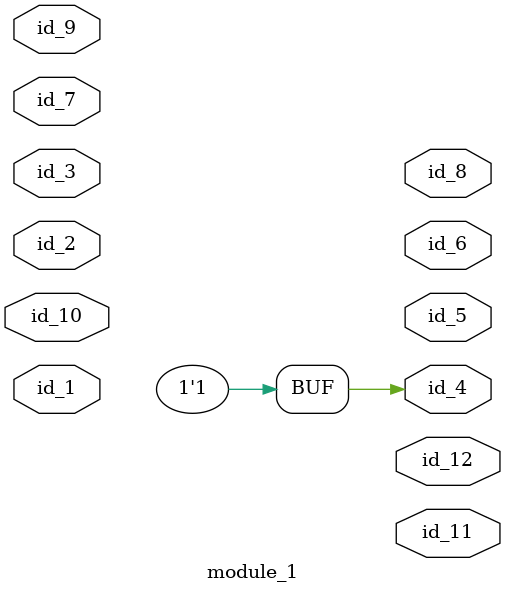
<source format=v>
module module_0;
endmodule
module module_1 (
    id_1,
    id_2,
    id_3,
    id_4,
    id_5,
    id_6,
    id_7,
    id_8,
    id_9,
    id_10,
    id_11,
    id_12
);
  output wire id_12;
  output wire id_11;
  input wire id_10;
  input wire id_9;
  output wire id_8;
  input wire id_7;
  output wire id_6;
  output wire id_5;
  output wire id_4;
  input wire id_3;
  input wire id_2;
  input wire id_1;
  assign id_4 = 1;
  module_0 modCall_1 ();
endmodule

</source>
